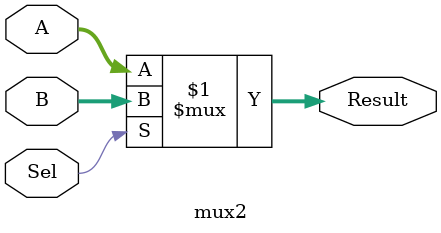
<source format=v>
`timescale 1ns / 1ps
module mux2(
    input [1:0] A,
    input [1:0] B,
    input Sel,
    output [1:0] Result
    );
	 assign Result = (Sel)?B:A;
endmodule

</source>
